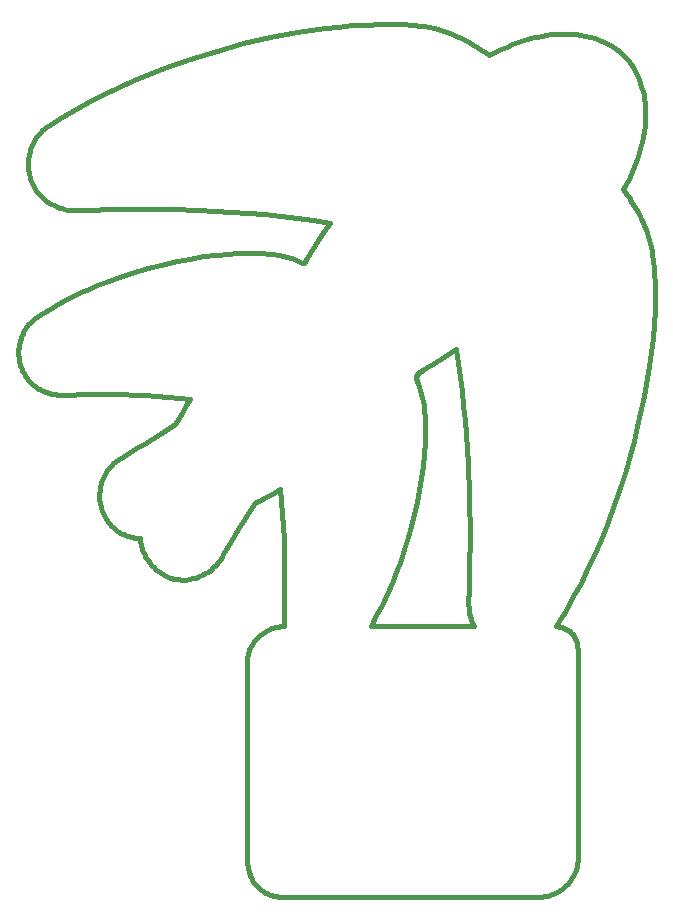
<source format=gm1>
G04 #@! TF.GenerationSoftware,KiCad,Pcbnew,(6.0.10-0)*
G04 #@! TF.CreationDate,2023-08-25T18:06:37+02:00*
G04 #@! TF.ProjectId,SwiftLeeds,53776966-744c-4656-9564-732e6b696361,rev?*
G04 #@! TF.SameCoordinates,Original*
G04 #@! TF.FileFunction,Profile,NP*
%FSLAX46Y46*%
G04 Gerber Fmt 4.6, Leading zero omitted, Abs format (unit mm)*
G04 Created by KiCad (PCBNEW (6.0.10-0)) date 2023-08-25 18:06:37*
%MOMM*%
%LPD*%
G01*
G04 APERTURE LIST*
G04 #@! TA.AperFunction,Profile*
%ADD10C,0.396874*%
G04 #@! TD*
G04 APERTURE END LIST*
D10*
X224870271Y-96002304D02*
X233618695Y-96043514D01*
X224870271Y-96002304D02*
X224870271Y-96002304D01*
X225360417Y-95115291D02*
X224870271Y-96002304D01*
X225824209Y-94212651D02*
X225360417Y-95115291D01*
X226261524Y-93295323D02*
X225824209Y-94212651D01*
X226672242Y-92364246D02*
X226261524Y-93295323D01*
X227056243Y-91420358D02*
X226672242Y-92364246D01*
X227413406Y-90464596D02*
X227056243Y-91420358D01*
X227743611Y-89497899D02*
X227413406Y-90464596D01*
X228046736Y-88521207D02*
X227743611Y-89497899D01*
X228322662Y-87535456D02*
X228046736Y-88521207D01*
X228571267Y-86541585D02*
X228322662Y-87535456D01*
X228792431Y-85540533D02*
X228571267Y-86541585D01*
X228986033Y-84533237D02*
X228792431Y-85540533D01*
X229151954Y-83520637D02*
X228986033Y-84533237D01*
X229290071Y-82503670D02*
X229151954Y-83520637D01*
X229400265Y-81483274D02*
X229290071Y-82503670D01*
X229482414Y-80460389D02*
X229400265Y-81483274D01*
X229482414Y-80460389D02*
X229482414Y-80460389D01*
X229504688Y-79829494D02*
X229482414Y-80460389D01*
X229508094Y-79195637D02*
X229504688Y-79829494D01*
X229487949Y-78561341D02*
X229508094Y-79195637D01*
X229467582Y-78244817D02*
X229487949Y-78561341D01*
X229439571Y-77929128D02*
X229467582Y-78244817D01*
X229403330Y-77614590D02*
X229439571Y-77929128D01*
X229358275Y-77301519D02*
X229403330Y-77614590D01*
X229303819Y-76990230D02*
X229358275Y-77301519D01*
X229239377Y-76681037D02*
X229303819Y-76990230D01*
X229164365Y-76374257D02*
X229239377Y-76681037D01*
X229078196Y-76070205D02*
X229164365Y-76374257D01*
X228980285Y-75769195D02*
X229078196Y-76070205D01*
X228870046Y-75471543D02*
X228980285Y-75769195D01*
X228870046Y-75471543D02*
X228870046Y-75471543D01*
X228850319Y-75421265D02*
X228870046Y-75471543D01*
X228836409Y-75382777D02*
X228850319Y-75421265D01*
X228827436Y-75354419D02*
X228836409Y-75382777D01*
X228822520Y-75334530D02*
X228827436Y-75354419D01*
X228820780Y-75321449D02*
X228822520Y-75334530D01*
X228821335Y-75313513D02*
X228820780Y-75321449D01*
X228823305Y-75309062D02*
X228821335Y-75313513D01*
X228825810Y-75306435D02*
X228823305Y-75309062D01*
X228827968Y-75303969D02*
X228825810Y-75306435D01*
X228828901Y-75300005D02*
X228827968Y-75303969D01*
X228827726Y-75292880D02*
X228828901Y-75300005D01*
X228823564Y-75280933D02*
X228827726Y-75292880D01*
X228815534Y-75262503D02*
X228823564Y-75280933D01*
X228802755Y-75235928D02*
X228815534Y-75262503D01*
X228759431Y-75151701D02*
X228802755Y-75235928D01*
X228759431Y-75151701D02*
X228759431Y-75151701D01*
X228754069Y-75101463D02*
X228759431Y-75151701D01*
X228750886Y-75054051D02*
X228754069Y-75101463D01*
X228749797Y-75009348D02*
X228750886Y-75054051D01*
X228750714Y-74967239D02*
X228749797Y-75009348D01*
X228753554Y-74927609D02*
X228750714Y-74967239D01*
X228758229Y-74890341D02*
X228753554Y-74927609D01*
X228764653Y-74855319D02*
X228758229Y-74890341D01*
X228772742Y-74822427D02*
X228764653Y-74855319D01*
X228782409Y-74791550D02*
X228772742Y-74822427D01*
X228793569Y-74762572D02*
X228782409Y-74791550D01*
X228806134Y-74735376D02*
X228793569Y-74762572D01*
X228820021Y-74709847D02*
X228806134Y-74735376D01*
X228835142Y-74685869D02*
X228820021Y-74709847D01*
X228851412Y-74663326D02*
X228835142Y-74685869D01*
X228868746Y-74642103D02*
X228851412Y-74663326D01*
X228887056Y-74622082D02*
X228868746Y-74642103D01*
X228906258Y-74603149D02*
X228887056Y-74622082D01*
X228926266Y-74585188D02*
X228906258Y-74603149D01*
X228968355Y-74551716D02*
X228926266Y-74585188D01*
X229012637Y-74520739D02*
X228968355Y-74551716D01*
X229058424Y-74491331D02*
X229012637Y-74520739D01*
X229151768Y-74433510D02*
X229058424Y-74491331D01*
X229197952Y-74403243D02*
X229151768Y-74433510D01*
X229242895Y-74370836D02*
X229197952Y-74403243D01*
X229242895Y-74370836D02*
X229242895Y-74370836D01*
X229966520Y-73924868D02*
X229242895Y-74370836D01*
X230687667Y-73474816D02*
X229966520Y-73924868D01*
X232124111Y-72565522D02*
X230687667Y-73474816D01*
X232124111Y-72565522D02*
X232124111Y-72565522D01*
X232301922Y-73757546D02*
X232124111Y-72565522D01*
X232464365Y-74956400D02*
X232301922Y-73757546D01*
X232611150Y-76160810D02*
X232464365Y-74956400D01*
X232741986Y-77369498D02*
X232611150Y-76160810D01*
X232856582Y-78581189D02*
X232741986Y-77369498D01*
X232954647Y-79794608D02*
X232856582Y-78581189D01*
X233035891Y-81008478D02*
X232954647Y-79794608D01*
X233100023Y-82221523D02*
X233035891Y-81008478D01*
X233100023Y-82221523D02*
X233100023Y-82221523D01*
X233143341Y-83169197D02*
X233100023Y-82221523D01*
X233181068Y-84117335D02*
X233143341Y-83169197D01*
X233211603Y-85060340D02*
X233181068Y-84117335D01*
X233233347Y-85992612D02*
X233211603Y-85060340D01*
X233233347Y-85992612D02*
X233233347Y-85992612D01*
X233258099Y-87510289D02*
X233233347Y-85992612D01*
X233262417Y-89035500D02*
X233258099Y-87510289D01*
X233249105Y-90553903D02*
X233262417Y-89035500D01*
X233220964Y-92051154D02*
X233249105Y-90553903D01*
X233220964Y-92051154D02*
X233220964Y-92051154D01*
X233215349Y-92367662D02*
X233220964Y-92051154D01*
X233203367Y-92684284D02*
X233215349Y-92367662D01*
X233173422Y-93317611D02*
X233203367Y-92684284D01*
X233162019Y-93634187D02*
X233173422Y-93317611D01*
X233157367Y-93950616D02*
X233162019Y-93634187D01*
X233162746Y-94266836D02*
X233157367Y-93950616D01*
X233170222Y-94424846D02*
X233162746Y-94266836D01*
X233181436Y-94582779D02*
X233170222Y-94424846D01*
X233181436Y-94582779D02*
X233181436Y-94582779D01*
X233194189Y-94680676D02*
X233181436Y-94582779D01*
X233209471Y-94778100D02*
X233194189Y-94680676D01*
X233227158Y-94874962D02*
X233209471Y-94778100D01*
X233247123Y-94971176D02*
X233227158Y-94874962D01*
X233269241Y-95066654D02*
X233247123Y-94971176D01*
X233293387Y-95161311D02*
X233269241Y-95066654D01*
X233319434Y-95255058D02*
X233293387Y-95161311D01*
X233347257Y-95347809D02*
X233319434Y-95255058D01*
X233407729Y-95529975D02*
X233347257Y-95347809D01*
X233473796Y-95707112D02*
X233407729Y-95529975D01*
X233544453Y-95878523D02*
X233473796Y-95707112D01*
X233618695Y-96043514D02*
X233544453Y-95878523D01*
X214376801Y-99258944D02*
X214376799Y-99258938D01*
X214376801Y-99258944D02*
X214376801Y-99258944D01*
X214380209Y-99093632D02*
X214376801Y-99258944D01*
X214391847Y-98930451D02*
X214380209Y-99093632D01*
X214411512Y-98769603D02*
X214391847Y-98930451D01*
X214439006Y-98611291D02*
X214411512Y-98769603D01*
X214474127Y-98455717D02*
X214439006Y-98611291D01*
X214516674Y-98303086D02*
X214474127Y-98455717D01*
X214566448Y-98153598D02*
X214516674Y-98303086D01*
X214623247Y-98007458D02*
X214566448Y-98153598D01*
X214686872Y-97864867D02*
X214623247Y-98007458D01*
X214757122Y-97726030D02*
X214686872Y-97864867D01*
X214833795Y-97591148D02*
X214757122Y-97726030D01*
X214916693Y-97460424D02*
X214833795Y-97591148D01*
X215005614Y-97334061D02*
X214916693Y-97460424D01*
X215100358Y-97212261D02*
X215005614Y-97334061D01*
X215200724Y-97095229D02*
X215100358Y-97212261D01*
X215306512Y-96983166D02*
X215200724Y-97095229D01*
X215417522Y-96876275D02*
X215306512Y-96983166D01*
X215533552Y-96774759D02*
X215417522Y-96876275D01*
X215654402Y-96678821D02*
X215533552Y-96774759D01*
X215779873Y-96588663D02*
X215654402Y-96678821D01*
X215909762Y-96504488D02*
X215779873Y-96588663D01*
X216043871Y-96426500D02*
X215909762Y-96504488D01*
X216181998Y-96354901D02*
X216043871Y-96426500D01*
X216323943Y-96289893D02*
X216181998Y-96354901D01*
X216469505Y-96231679D02*
X216323943Y-96289893D01*
X216618484Y-96180463D02*
X216469505Y-96231679D01*
X216770680Y-96136447D02*
X216618484Y-96180463D01*
X216925891Y-96099834D02*
X216770680Y-96136447D01*
X217083918Y-96070826D02*
X216925891Y-96099834D01*
X217244559Y-96049626D02*
X217083918Y-96070826D01*
X217407615Y-96036438D02*
X217244559Y-96049626D01*
X217572885Y-96031464D02*
X217407615Y-96036438D01*
X217572885Y-96031464D02*
X217572885Y-96031464D01*
X217563154Y-95279462D02*
X217572885Y-96031464D01*
X217563207Y-94511107D02*
X217563154Y-95279462D01*
X217578062Y-92948034D02*
X217563207Y-94511107D01*
X217588253Y-91387639D02*
X217578062Y-92948034D01*
X217582474Y-90622632D02*
X217588253Y-91387639D01*
X217564578Y-89875318D02*
X217582474Y-90622632D01*
X217564578Y-89875318D02*
X217564578Y-89875318D01*
X217557808Y-89567906D02*
X217564578Y-89875318D01*
X217547881Y-89251439D02*
X217557808Y-89567906D01*
X217526598Y-88660662D02*
X217547881Y-89251439D01*
X217526598Y-88660662D02*
X217526598Y-88660662D01*
X217468708Y-87591063D02*
X217526598Y-88660662D01*
X217394041Y-86521139D02*
X217468708Y-87591063D01*
X217303488Y-85458058D02*
X217394041Y-86521139D01*
X217197938Y-84408984D02*
X217303488Y-85458058D01*
X217197938Y-84408984D02*
X217197938Y-84408984D01*
X216509976Y-84806585D02*
X217197938Y-84408984D01*
X215818952Y-85198858D02*
X216509976Y-84806585D01*
X215818952Y-85198858D02*
X215818952Y-85198858D01*
X215768363Y-85231068D02*
X215818952Y-85198858D01*
X215716365Y-85261765D02*
X215768363Y-85231068D01*
X215663239Y-85291248D02*
X215716365Y-85261765D01*
X215609266Y-85319814D02*
X215663239Y-85291248D01*
X215390486Y-85430872D02*
X215609266Y-85319814D01*
X215336469Y-85459325D02*
X215390486Y-85430872D01*
X215283284Y-85488651D02*
X215336469Y-85459325D01*
X215231209Y-85519146D02*
X215283284Y-85488651D01*
X215180525Y-85551109D02*
X215231209Y-85519146D01*
X215131512Y-85584838D02*
X215180525Y-85551109D01*
X215084449Y-85620632D02*
X215131512Y-85584838D01*
X215039616Y-85658787D02*
X215084449Y-85620632D01*
X214997294Y-85699603D02*
X215039616Y-85658787D01*
X214997294Y-85699603D02*
X214997294Y-85699603D01*
X213686702Y-87814650D02*
X214997294Y-85699603D01*
X213039294Y-88868780D02*
X213686702Y-87814650D01*
X212402106Y-89924922D02*
X213039294Y-88868780D01*
X212402106Y-89924922D02*
X212402106Y-89924922D01*
X212264445Y-90174925D02*
X212402106Y-89924922D01*
X212108598Y-90414185D02*
X212264445Y-90174925D01*
X211935731Y-90641716D02*
X212108598Y-90414185D01*
X211747015Y-90856534D02*
X211935731Y-90641716D01*
X211543616Y-91057656D02*
X211747015Y-90856534D01*
X211326703Y-91244097D02*
X211543616Y-91057656D01*
X211097444Y-91414872D02*
X211326703Y-91244097D01*
X210857008Y-91568997D02*
X211097444Y-91414872D01*
X210606563Y-91705488D02*
X210857008Y-91568997D01*
X210347277Y-91823361D02*
X210606563Y-91705488D01*
X210080319Y-91921630D02*
X210347277Y-91823361D01*
X209806856Y-91999312D02*
X210080319Y-91921630D01*
X209528056Y-92055423D02*
X209806856Y-91999312D01*
X209245089Y-92088978D02*
X209528056Y-92055423D01*
X208959123Y-92098992D02*
X209245089Y-92088978D01*
X208815380Y-92094864D02*
X208959123Y-92098992D01*
X208671325Y-92084482D02*
X208815380Y-92094864D01*
X208671325Y-92084482D02*
X208671325Y-92084482D01*
X208506913Y-92067500D02*
X208671325Y-92084482D01*
X208344608Y-92042169D02*
X208506913Y-92067500D01*
X208184592Y-92008734D02*
X208344608Y-92042169D01*
X208027045Y-91967438D02*
X208184592Y-92008734D01*
X207872149Y-91918526D02*
X208027045Y-91967438D01*
X207720086Y-91862241D02*
X207872149Y-91918526D01*
X207571035Y-91798827D02*
X207720086Y-91862241D01*
X207425178Y-91728529D02*
X207571035Y-91798827D01*
X207282696Y-91651590D02*
X207425178Y-91728529D01*
X207143770Y-91568255D02*
X207282696Y-91651590D01*
X207008582Y-91478766D02*
X207143770Y-91568255D01*
X206877312Y-91383369D02*
X207008582Y-91478766D01*
X206750142Y-91282307D02*
X206877312Y-91383369D01*
X206627253Y-91175824D02*
X206750142Y-91282307D01*
X206508825Y-91064164D02*
X206627253Y-91175824D01*
X206395040Y-90947571D02*
X206508825Y-91064164D01*
X206286079Y-90826290D02*
X206395040Y-90947571D01*
X206182124Y-90700563D02*
X206286079Y-90826290D01*
X205989952Y-90436750D02*
X206182124Y-90700563D01*
X205902098Y-90299151D02*
X205989952Y-90436750D01*
X205819974Y-90158084D02*
X205902098Y-90299151D01*
X205743761Y-90013791D02*
X205819974Y-90158084D01*
X205673639Y-89866517D02*
X205743761Y-90013791D01*
X205609790Y-89716505D02*
X205673639Y-89866517D01*
X205552395Y-89564001D02*
X205609790Y-89716505D01*
X205501635Y-89409247D02*
X205552395Y-89564001D01*
X205457691Y-89252487D02*
X205501635Y-89409247D01*
X205420744Y-89093966D02*
X205457691Y-89252487D01*
X205390976Y-88933927D02*
X205420744Y-89093966D01*
X205368568Y-88772615D02*
X205390976Y-88933927D01*
X205353700Y-88610273D02*
X205368568Y-88772615D01*
X205353700Y-88610273D02*
X205353700Y-88610273D01*
X205196894Y-88594534D02*
X205353700Y-88610273D01*
X205040438Y-88573155D02*
X205196894Y-88594534D01*
X204884641Y-88546087D02*
X205040438Y-88573155D01*
X204729815Y-88513278D02*
X204884641Y-88546087D01*
X204576270Y-88474681D02*
X204729815Y-88513278D01*
X204424318Y-88430243D02*
X204576270Y-88474681D01*
X204274270Y-88379917D02*
X204424318Y-88430243D01*
X204126437Y-88323652D02*
X204274270Y-88379917D01*
X203981129Y-88261398D02*
X204126437Y-88323652D01*
X203838658Y-88193106D02*
X203981129Y-88261398D01*
X203699334Y-88118725D02*
X203838658Y-88193106D01*
X203563469Y-88038205D02*
X203699334Y-88118725D01*
X203431373Y-87951498D02*
X203563469Y-88038205D01*
X203303358Y-87858552D02*
X203431373Y-87951498D01*
X203179735Y-87759319D02*
X203303358Y-87858552D01*
X203060814Y-87653748D02*
X203179735Y-87759319D01*
X203060814Y-87653748D02*
X203060814Y-87653748D01*
X202920697Y-87522858D02*
X203060814Y-87653748D01*
X202789608Y-87384502D02*
X202920697Y-87522858D01*
X202667554Y-87239184D02*
X202789608Y-87384502D01*
X202554544Y-87087407D02*
X202667554Y-87239184D01*
X202450586Y-86929673D02*
X202554544Y-87087407D01*
X202355689Y-86766487D02*
X202450586Y-86929673D01*
X202269861Y-86598352D02*
X202355689Y-86766487D01*
X202193111Y-86425771D02*
X202269861Y-86598352D01*
X202125448Y-86249247D02*
X202193111Y-86425771D01*
X202066879Y-86069284D02*
X202125448Y-86249247D01*
X202017413Y-85886385D02*
X202066879Y-86069284D01*
X201977059Y-85701054D02*
X202017413Y-85886385D01*
X201945825Y-85513793D02*
X201977059Y-85701054D01*
X201923719Y-85325107D02*
X201945825Y-85513793D01*
X201910751Y-85135498D02*
X201923719Y-85325107D01*
X201906928Y-84945469D02*
X201910751Y-85135498D01*
X201912258Y-84755525D02*
X201906928Y-84945469D01*
X201926752Y-84566168D02*
X201912258Y-84755525D01*
X201950416Y-84377903D02*
X201926752Y-84566168D01*
X201983260Y-84191231D02*
X201950416Y-84377903D01*
X202025291Y-84006657D02*
X201983260Y-84191231D01*
X202076519Y-83824683D02*
X202025291Y-84006657D01*
X202136951Y-83645814D02*
X202076519Y-83824683D01*
X202206597Y-83470552D02*
X202136951Y-83645814D01*
X202285464Y-83299401D02*
X202206597Y-83470552D01*
X202373561Y-83132864D02*
X202285464Y-83299401D01*
X202470897Y-82971445D02*
X202373561Y-83132864D01*
X202577481Y-82815647D02*
X202470897Y-82971445D01*
X202693319Y-82665972D02*
X202577481Y-82815647D01*
X202818422Y-82522926D02*
X202693319Y-82665972D01*
X202952797Y-82387010D02*
X202818422Y-82522926D01*
X203096453Y-82258728D02*
X202952797Y-82387010D01*
X203096453Y-82258728D02*
X203096453Y-82258728D01*
X203737827Y-81821416D02*
X203096453Y-82258728D01*
X204387835Y-81397036D02*
X203737827Y-81821416D01*
X205044383Y-80982464D02*
X204387835Y-81397036D01*
X205705377Y-80574572D02*
X205044383Y-80982464D01*
X207032330Y-79766330D02*
X205705377Y-80574572D01*
X208351944Y-78947303D02*
X207032330Y-79766330D01*
X208351944Y-78947303D02*
X208351944Y-78947303D01*
X208651043Y-78403449D02*
X208351944Y-78947303D01*
X208954878Y-77862237D02*
X208651043Y-78403449D01*
X209263041Y-77323475D02*
X208954878Y-77862237D01*
X209575125Y-76786970D02*
X209263041Y-77323475D01*
X209575125Y-76786970D02*
X209575125Y-76786970D01*
X208631790Y-76690323D02*
X209575125Y-76786970D01*
X207687096Y-76607754D02*
X208631790Y-76690323D01*
X206741261Y-76538987D02*
X207687096Y-76607754D01*
X205794508Y-76483742D02*
X206741261Y-76538987D01*
X204847057Y-76441741D02*
X205794508Y-76483742D01*
X203899129Y-76412706D02*
X204847057Y-76441741D01*
X202950943Y-76396359D02*
X203899129Y-76412706D01*
X202002721Y-76392421D02*
X202950943Y-76396359D01*
X202002721Y-76392421D02*
X202002721Y-76392421D01*
X201593330Y-76388252D02*
X202002721Y-76392421D01*
X201184147Y-76392512D02*
X201593330Y-76388252D01*
X200366165Y-76415881D02*
X201184147Y-76392512D01*
X199548293Y-76441666D02*
X200366165Y-76415881D01*
X199139249Y-76448944D02*
X199548293Y-76441666D01*
X198730052Y-76449003D02*
X199139249Y-76448944D01*
X198730052Y-76449003D02*
X198730052Y-76449003D01*
X198600613Y-76449303D02*
X198730052Y-76449003D01*
X198471299Y-76444823D02*
X198600613Y-76449303D01*
X198342259Y-76435627D02*
X198471299Y-76444823D01*
X198213646Y-76421778D02*
X198342259Y-76435627D01*
X198085609Y-76403341D02*
X198213646Y-76421778D01*
X197958301Y-76380378D02*
X198085609Y-76403341D01*
X197831872Y-76352952D02*
X197958301Y-76380378D01*
X197706472Y-76321128D02*
X197831872Y-76352952D01*
X197582254Y-76284969D02*
X197706472Y-76321128D01*
X197459368Y-76244537D02*
X197582254Y-76284969D01*
X197337965Y-76199897D02*
X197459368Y-76244537D01*
X197218196Y-76151112D02*
X197337965Y-76199897D01*
X197100212Y-76098245D02*
X197218196Y-76151112D01*
X196984163Y-76041360D02*
X197100212Y-76098245D01*
X196870202Y-75980521D02*
X196984163Y-76041360D01*
X196758479Y-75915789D02*
X196870202Y-75980521D01*
X196649145Y-75847230D02*
X196758479Y-75915789D01*
X196542350Y-75774907D02*
X196649145Y-75847230D01*
X196438247Y-75698882D02*
X196542350Y-75774907D01*
X196336985Y-75619219D02*
X196438247Y-75698882D01*
X196238716Y-75535983D02*
X196336985Y-75619219D01*
X196143592Y-75449235D02*
X196238716Y-75535983D01*
X196051762Y-75359040D02*
X196143592Y-75449235D01*
X195963377Y-75265461D02*
X196051762Y-75359040D01*
X195878590Y-75168562D02*
X195963377Y-75265461D01*
X195797551Y-75068405D02*
X195878590Y-75168562D01*
X195720410Y-74965055D02*
X195797551Y-75068405D01*
X195647319Y-74858574D02*
X195720410Y-74965055D01*
X195578429Y-74749026D02*
X195647319Y-74858574D01*
X195513891Y-74636475D02*
X195578429Y-74749026D01*
X195453855Y-74520984D02*
X195513891Y-74636475D01*
X195398473Y-74402617D02*
X195453855Y-74520984D01*
X195398473Y-74402617D02*
X195398473Y-74402617D01*
X195334490Y-74261412D02*
X195398473Y-74402617D01*
X195277265Y-74117693D02*
X195334490Y-74261412D01*
X195226752Y-73971727D02*
X195277265Y-74117693D01*
X195182905Y-73823783D02*
X195226752Y-73971727D01*
X195145678Y-73674126D02*
X195182905Y-73823783D01*
X195115024Y-73523025D02*
X195145678Y-73674126D01*
X195090897Y-73370748D02*
X195115024Y-73523025D01*
X195073251Y-73217562D02*
X195090897Y-73370748D01*
X195062040Y-73063735D02*
X195073251Y-73217562D01*
X195057217Y-72909534D02*
X195062040Y-73063735D01*
X195058735Y-72755226D02*
X195057217Y-72909534D01*
X195066549Y-72601081D02*
X195058735Y-72755226D01*
X195080613Y-72447364D02*
X195066549Y-72601081D01*
X195100879Y-72294343D02*
X195080613Y-72447364D01*
X195127302Y-72142287D02*
X195100879Y-72294343D01*
X195159836Y-71991463D02*
X195127302Y-72142287D01*
X195198433Y-71842138D02*
X195159836Y-71991463D01*
X195243049Y-71694579D02*
X195198433Y-71842138D01*
X195293636Y-71549055D02*
X195243049Y-71694579D01*
X195350148Y-71405834D02*
X195293636Y-71549055D01*
X195412538Y-71265181D02*
X195350148Y-71405834D01*
X195480762Y-71127366D02*
X195412538Y-71265181D01*
X195554771Y-70992656D02*
X195480762Y-71127366D01*
X195634521Y-70861318D02*
X195554771Y-70992656D01*
X195719964Y-70733620D02*
X195634521Y-70861318D01*
X195811055Y-70609830D02*
X195719964Y-70733620D01*
X195907747Y-70490214D02*
X195811055Y-70609830D01*
X196009993Y-70375042D02*
X195907747Y-70490214D01*
X196117748Y-70264579D02*
X196009993Y-70375042D01*
X196230966Y-70159094D02*
X196117748Y-70264579D01*
X196349599Y-70058855D02*
X196230966Y-70159094D01*
X196473601Y-69964129D02*
X196349599Y-70058855D01*
X196473601Y-69964129D02*
X196473601Y-69964129D01*
X197101887Y-69559294D02*
X196473601Y-69964129D01*
X197740194Y-69171465D02*
X197101887Y-69559294D01*
X198388004Y-68800355D02*
X197740194Y-69171465D01*
X199044794Y-68445673D02*
X198388004Y-68800355D01*
X199710045Y-68107132D02*
X199044794Y-68445673D01*
X200383235Y-67784443D02*
X199710045Y-68107132D01*
X201063844Y-67477318D02*
X200383235Y-67784443D01*
X201751352Y-67185468D02*
X201063844Y-67477318D01*
X202445237Y-66908605D02*
X201751352Y-67185468D01*
X203144980Y-66646440D02*
X202445237Y-66908605D01*
X204559953Y-66165051D02*
X203144980Y-66646440D01*
X205992106Y-65738994D02*
X204559953Y-66165051D01*
X207437274Y-65365960D02*
X205992106Y-65738994D01*
X207437274Y-65365960D02*
X207437274Y-65365960D01*
X208521622Y-65130626D02*
X207437274Y-65365960D01*
X209613241Y-64919250D02*
X208521622Y-65130626D01*
X210710929Y-64738440D02*
X209613241Y-64919250D01*
X211813485Y-64594804D02*
X210710929Y-64738440D01*
X212919708Y-64494950D02*
X211813485Y-64594804D01*
X213473819Y-64463505D02*
X212919708Y-64494950D01*
X214028396Y-64445484D02*
X213473819Y-64463505D01*
X214583289Y-64441712D02*
X214028396Y-64445484D01*
X215138348Y-64453015D02*
X214583289Y-64441712D01*
X215693423Y-64480220D02*
X215138348Y-64453015D01*
X216248363Y-64524151D02*
X215693423Y-64480220D01*
X216248363Y-64524151D02*
X216248363Y-64524151D01*
X216654241Y-64563699D02*
X216248363Y-64524151D01*
X217031467Y-64611022D02*
X216654241Y-64563699D01*
X217211605Y-64639030D02*
X217031467Y-64611022D01*
X217387303Y-64670701D02*
X217211605Y-64639030D01*
X217559469Y-64706606D02*
X217387303Y-64670701D01*
X217729011Y-64747318D02*
X217559469Y-64706606D01*
X217896835Y-64793410D02*
X217729011Y-64747318D01*
X218063851Y-64845454D02*
X217896835Y-64793410D01*
X218230965Y-64904024D02*
X218063851Y-64845454D01*
X218399085Y-64969691D02*
X218230965Y-64904024D01*
X218569120Y-65043030D02*
X218399085Y-64969691D01*
X218741976Y-65124611D02*
X218569120Y-65043030D01*
X218918562Y-65215009D02*
X218741976Y-65124611D01*
X219099785Y-65314795D02*
X218918562Y-65215009D01*
X219099785Y-65314795D02*
X219099785Y-65314795D01*
X219106778Y-65317945D02*
X219099785Y-65314795D01*
X219114411Y-65319460D02*
X219106778Y-65317945D01*
X219122653Y-65319399D02*
X219114411Y-65319460D01*
X219131474Y-65317824D02*
X219122653Y-65319399D01*
X219140846Y-65314797D02*
X219131474Y-65317824D01*
X219150739Y-65310377D02*
X219140846Y-65314797D01*
X219171968Y-65297606D02*
X219150739Y-65310377D01*
X219194926Y-65280002D02*
X219171968Y-65297606D01*
X219219375Y-65258051D02*
X219194926Y-65280002D01*
X219245079Y-65232244D02*
X219219375Y-65258051D01*
X219271803Y-65203069D02*
X219245079Y-65232244D01*
X219299309Y-65171014D02*
X219271803Y-65203069D01*
X219327361Y-65136570D02*
X219299309Y-65171014D01*
X219384157Y-65062464D02*
X219327361Y-65136570D01*
X219440301Y-64984661D02*
X219384157Y-65062464D01*
X219493899Y-64907073D02*
X219440301Y-64984661D01*
X219493899Y-64907073D02*
X219493899Y-64907073D01*
X220451258Y-63381177D02*
X219493899Y-64907073D01*
X220934045Y-62620866D02*
X220451258Y-63381177D01*
X221420915Y-61863073D02*
X220934045Y-62620866D01*
X221420915Y-61863073D02*
X221420915Y-61863073D01*
X220039497Y-61651713D02*
X221420915Y-61863073D01*
X218654528Y-61467047D02*
X220039497Y-61651713D01*
X217266512Y-61307209D02*
X218654528Y-61467047D01*
X215875952Y-61170332D02*
X217266512Y-61307209D01*
X214483351Y-61054547D02*
X215875952Y-61170332D01*
X213089212Y-60957987D02*
X214483351Y-61054547D01*
X211694040Y-60878786D02*
X213089212Y-60957987D01*
X210298337Y-60815075D02*
X211694040Y-60878786D01*
X210298337Y-60815075D02*
X210298337Y-60815075D01*
X208255730Y-60751903D02*
X210298337Y-60815075D01*
X206205558Y-60721963D02*
X208255730Y-60751903D01*
X204151513Y-60724238D02*
X206205558Y-60721963D01*
X202097287Y-60757714D02*
X204151513Y-60724238D01*
X202097287Y-60757714D02*
X202097287Y-60757714D01*
X201823454Y-60760704D02*
X202097287Y-60757714D01*
X201549789Y-60767875D02*
X201823454Y-60760704D01*
X201002854Y-60790560D02*
X201549789Y-60767875D01*
X200456270Y-60817364D02*
X201002854Y-60790560D01*
X199909823Y-60839880D02*
X200456270Y-60817364D01*
X199909823Y-60839880D02*
X199909823Y-60839880D01*
X199669266Y-60831585D02*
X199909823Y-60839880D01*
X199429475Y-60809805D02*
X199669266Y-60831585D01*
X199191225Y-60774716D02*
X199429475Y-60809805D01*
X198955290Y-60726494D02*
X199191225Y-60774716D01*
X198722447Y-60665314D02*
X198955290Y-60726494D01*
X198493469Y-60591351D02*
X198722447Y-60665314D01*
X198269132Y-60504780D02*
X198493469Y-60591351D01*
X198050210Y-60405778D02*
X198269132Y-60504780D01*
X197837479Y-60294520D02*
X198050210Y-60405778D01*
X197631712Y-60171180D02*
X197837479Y-60294520D01*
X197433685Y-60035935D02*
X197631712Y-60171180D01*
X197244173Y-59888960D02*
X197433685Y-60035935D01*
X197063951Y-59730430D02*
X197244173Y-59888960D01*
X196893793Y-59560521D02*
X197063951Y-59730430D01*
X196734475Y-59379408D02*
X196893793Y-59560521D01*
X196586770Y-59187267D02*
X196734475Y-59379408D01*
X196586770Y-59187267D02*
X196586770Y-59187267D01*
X196473894Y-59027604D02*
X196586770Y-59187267D01*
X196370865Y-58862392D02*
X196473894Y-59027604D01*
X196277621Y-58692107D02*
X196370865Y-58862392D01*
X196194100Y-58517228D02*
X196277621Y-58692107D01*
X196120243Y-58338233D02*
X196194100Y-58517228D01*
X196055985Y-58155598D02*
X196120243Y-58338233D01*
X196001267Y-57969802D02*
X196055985Y-58155598D01*
X195956027Y-57781323D02*
X196001267Y-57969802D01*
X195920202Y-57590637D02*
X195956027Y-57781323D01*
X195893732Y-57398223D02*
X195920202Y-57590637D01*
X195876554Y-57204559D02*
X195893732Y-57398223D01*
X195868607Y-57010121D02*
X195876554Y-57204559D01*
X195869830Y-56815387D02*
X195868607Y-57010121D01*
X195880162Y-56620836D02*
X195869830Y-56815387D01*
X195899539Y-56426945D02*
X195880162Y-56620836D01*
X195927901Y-56234191D02*
X195899539Y-56426945D01*
X195965187Y-56043052D02*
X195927901Y-56234191D01*
X196011334Y-55854006D02*
X195965187Y-56043052D01*
X196066281Y-55667530D02*
X196011334Y-55854006D01*
X196129967Y-55484103D02*
X196066281Y-55667530D01*
X196202329Y-55304201D02*
X196129967Y-55484103D01*
X196283307Y-55128302D02*
X196202329Y-55304201D01*
X196372838Y-54956884D02*
X196283307Y-55128302D01*
X196470862Y-54790425D02*
X196372838Y-54956884D01*
X196577316Y-54629402D02*
X196470862Y-54790425D01*
X196692140Y-54474293D02*
X196577316Y-54629402D01*
X196815270Y-54325576D02*
X196692140Y-54474293D01*
X196946646Y-54183727D02*
X196815270Y-54325576D01*
X197086207Y-54049226D02*
X196946646Y-54183727D01*
X197233890Y-53922549D02*
X197086207Y-54049226D01*
X197389634Y-53804174D02*
X197233890Y-53922549D01*
X197553378Y-53694579D02*
X197389634Y-53804174D01*
X197553378Y-53694579D02*
X197553378Y-53694579D01*
X198715529Y-52950625D02*
X197553378Y-53694579D01*
X199902169Y-52247583D02*
X198715529Y-52950625D01*
X201111018Y-51583477D02*
X199902169Y-52247583D01*
X202339795Y-50956331D02*
X201111018Y-51583477D01*
X203586221Y-50364169D02*
X202339795Y-50956331D01*
X204848016Y-49805015D02*
X203586221Y-50364169D01*
X206122898Y-49276892D02*
X204848016Y-49805015D01*
X207408589Y-48777826D02*
X206122898Y-49276892D01*
X207408589Y-48777826D02*
X207408589Y-48777826D01*
X209614365Y-48010793D02*
X207408589Y-48777826D01*
X211846670Y-47317724D02*
X209614365Y-48010793D01*
X214102803Y-46704772D02*
X211846670Y-47317724D01*
X216380059Y-46178089D02*
X214102803Y-46704772D01*
X218675734Y-45743830D02*
X216380059Y-46178089D01*
X219829633Y-45563281D02*
X218675734Y-45743830D01*
X220987124Y-45408146D02*
X219829633Y-45563281D01*
X222147868Y-45279194D02*
X220987124Y-45408146D01*
X223311527Y-45177193D02*
X222147868Y-45279194D01*
X224477762Y-45102913D02*
X223311527Y-45177193D01*
X225646237Y-45057123D02*
X224477762Y-45102913D01*
X225646237Y-45057123D02*
X225646237Y-45057123D01*
X226490050Y-45056080D02*
X225646237Y-45057123D01*
X226912003Y-45062225D02*
X226490050Y-45056080D01*
X227333747Y-45074566D02*
X226912003Y-45062225D01*
X227755101Y-45094415D02*
X227333747Y-45074566D01*
X228175886Y-45123087D02*
X227755101Y-45094415D01*
X228595920Y-45161895D02*
X228175886Y-45123087D01*
X229015023Y-45212152D02*
X228595920Y-45161895D01*
X229015023Y-45212152D02*
X229015023Y-45212152D01*
X229419898Y-45260951D02*
X229015023Y-45212152D01*
X229820639Y-45327794D02*
X229419898Y-45260951D01*
X230217126Y-45411862D02*
X229820639Y-45327794D01*
X230609237Y-45512334D02*
X230217126Y-45411862D01*
X230996854Y-45628389D02*
X230609237Y-45512334D01*
X231379853Y-45759207D02*
X230996854Y-45628389D01*
X231758116Y-45903967D02*
X231379853Y-45759207D01*
X232131520Y-46061848D02*
X231758116Y-45903967D01*
X232499947Y-46232031D02*
X232131520Y-46061848D01*
X232863274Y-46413694D02*
X232499947Y-46232031D01*
X233221381Y-46606018D02*
X232863274Y-46413694D01*
X233574147Y-46808182D02*
X233221381Y-46606018D01*
X233921452Y-47019364D02*
X233574147Y-46808182D01*
X234263175Y-47238745D02*
X233921452Y-47019364D01*
X234599196Y-47465505D02*
X234263175Y-47238745D01*
X234929393Y-47698822D02*
X234599196Y-47465505D01*
X234929393Y-47698822D02*
X234929393Y-47698822D01*
X235409246Y-47450189D02*
X234929393Y-47698822D01*
X235895361Y-47212947D02*
X235409246Y-47450189D01*
X236387826Y-46989000D02*
X235895361Y-47212947D01*
X236886730Y-46780253D02*
X236387826Y-46989000D01*
X237392163Y-46588610D02*
X236886730Y-46780253D01*
X237904214Y-46415975D02*
X237392163Y-46588610D01*
X238162749Y-46337382D02*
X237904214Y-46415975D01*
X238422972Y-46264254D02*
X238162749Y-46337382D01*
X238684894Y-46196832D02*
X238422972Y-46264254D01*
X238948526Y-46135351D02*
X238684894Y-46196832D01*
X238948526Y-46135351D02*
X238948526Y-46135351D01*
X239349903Y-46053696D02*
X238948526Y-46135351D01*
X239755948Y-45986159D02*
X239349903Y-46053696D01*
X240165593Y-45933495D02*
X239755948Y-45986159D01*
X240577770Y-45896458D02*
X240165593Y-45933495D01*
X240991410Y-45875803D02*
X240577770Y-45896458D01*
X241405446Y-45872284D02*
X240991410Y-45875803D01*
X241818811Y-45886657D02*
X241405446Y-45872284D01*
X242230435Y-45919675D02*
X241818811Y-45886657D01*
X242639251Y-45972093D02*
X242230435Y-45919675D01*
X243044190Y-46044666D02*
X242639251Y-45972093D01*
X243444186Y-46138149D02*
X243044190Y-46044666D01*
X243838170Y-46253297D02*
X243444186Y-46138149D01*
X244225073Y-46390862D02*
X243838170Y-46253297D01*
X244603829Y-46551602D02*
X244225073Y-46390862D01*
X244973369Y-46736269D02*
X244603829Y-46551602D01*
X245332624Y-46945619D02*
X244973369Y-46736269D01*
X245332624Y-46945619D02*
X245332624Y-46945619D01*
X245635330Y-47147039D02*
X245332624Y-46945619D01*
X245920529Y-47368212D02*
X245635330Y-47147039D01*
X246188242Y-47607783D02*
X245920529Y-47368212D01*
X246438493Y-47864394D02*
X246188242Y-47607783D01*
X246671304Y-48136691D02*
X246438493Y-47864394D01*
X246886696Y-48423317D02*
X246671304Y-48136691D01*
X247084692Y-48722917D02*
X246886696Y-48423317D01*
X247265314Y-49034135D02*
X247084692Y-48722917D01*
X247428584Y-49355616D02*
X247265314Y-49034135D01*
X247574525Y-49686003D02*
X247428584Y-49355616D01*
X247703158Y-50023940D02*
X247574525Y-49686003D01*
X247814507Y-50368072D02*
X247703158Y-50023940D01*
X247908592Y-50717043D02*
X247814507Y-50368072D01*
X247985436Y-51069497D02*
X247908592Y-50717043D01*
X248045062Y-51424079D02*
X247985436Y-51069497D01*
X248087492Y-51779432D02*
X248045062Y-51424079D01*
X248087492Y-51779432D02*
X248087492Y-51779432D01*
X248120883Y-52256980D02*
X248087492Y-51779432D01*
X248129650Y-52733294D02*
X248120883Y-52256980D01*
X248114904Y-53207996D02*
X248129650Y-52733294D01*
X248077757Y-53680710D02*
X248114904Y-53207996D01*
X248019319Y-54151059D02*
X248077757Y-53680710D01*
X247940702Y-54618668D02*
X248019319Y-54151059D01*
X247843017Y-55083158D02*
X247940702Y-54618668D01*
X247727375Y-55544155D02*
X247843017Y-55083158D01*
X247594888Y-56001281D02*
X247727375Y-55544155D01*
X247446667Y-56454160D02*
X247594888Y-56001281D01*
X247283823Y-56902415D02*
X247446667Y-56454160D01*
X247107467Y-57345670D02*
X247283823Y-56902415D01*
X246918712Y-57783549D02*
X247107467Y-57345670D01*
X246718667Y-58215674D02*
X246918712Y-57783549D01*
X246508445Y-58641669D02*
X246718667Y-58215674D01*
X246289156Y-59061158D02*
X246508445Y-58641669D01*
X246289156Y-59061158D02*
X246289156Y-59061158D01*
X246439571Y-59275717D02*
X246289156Y-59061158D01*
X246588439Y-59491406D02*
X246439571Y-59275717D01*
X246734749Y-59708818D02*
X246588439Y-59491406D01*
X246806629Y-59818356D02*
X246734749Y-59708818D01*
X246877491Y-59928547D02*
X246806629Y-59818356D01*
X246877491Y-59928547D02*
X246877491Y-59928547D01*
X247047251Y-60191936D02*
X246877491Y-59928547D01*
X247211101Y-60459270D02*
X247047251Y-60191936D01*
X247368765Y-60730429D02*
X247211101Y-60459270D01*
X247519969Y-61005291D02*
X247368765Y-60730429D01*
X247664436Y-61283736D02*
X247519969Y-61005291D01*
X247801890Y-61565642D02*
X247664436Y-61283736D01*
X247932056Y-61850888D02*
X247801890Y-61565642D01*
X248054658Y-62139353D02*
X247932056Y-61850888D01*
X248169421Y-62430915D02*
X248054658Y-62139353D01*
X248276068Y-62725455D02*
X248169421Y-62430915D01*
X248374324Y-63022850D02*
X248276068Y-62725455D01*
X248463913Y-63322979D02*
X248374324Y-63022850D01*
X248544560Y-63625722D02*
X248463913Y-63322979D01*
X248615989Y-63930957D02*
X248544560Y-63625722D01*
X248677924Y-64238563D02*
X248615989Y-63930957D01*
X248730089Y-64548420D02*
X248677924Y-64238563D01*
X248730089Y-64548420D02*
X248730089Y-64548420D01*
X248799588Y-65140037D02*
X248730089Y-64548420D01*
X248854649Y-65732585D02*
X248799588Y-65140037D01*
X248895884Y-66325901D02*
X248854649Y-65732585D01*
X248923909Y-66919822D02*
X248895884Y-66325901D01*
X248942783Y-68108826D02*
X248923909Y-66919822D01*
X248916186Y-69298291D02*
X248942783Y-68108826D01*
X248849031Y-70486912D02*
X248916186Y-69298291D01*
X248746232Y-71673384D02*
X248849031Y-70486912D01*
X248612704Y-72856402D02*
X248746232Y-71673384D01*
X248453359Y-74034660D02*
X248612704Y-72856402D01*
X248453359Y-74034660D02*
X248453359Y-74034660D01*
X248012212Y-76569933D02*
X248453359Y-74034660D01*
X247473033Y-79087901D02*
X248012212Y-76569933D01*
X247165955Y-80338564D02*
X247473033Y-79087901D01*
X246833498Y-81582701D02*
X247165955Y-80338564D01*
X246475371Y-82819582D02*
X246833498Y-81582701D01*
X246091282Y-84048472D02*
X246475371Y-82819582D01*
X245680942Y-85268639D02*
X246091282Y-84048472D01*
X245244060Y-86479351D02*
X245680942Y-85268639D01*
X244780345Y-87679874D02*
X245244060Y-86479351D01*
X244289506Y-88869476D02*
X244780345Y-87679874D01*
X243771254Y-90047423D02*
X244289506Y-88869476D01*
X243225297Y-91212984D02*
X243771254Y-90047423D01*
X242651344Y-92365425D02*
X243225297Y-91212984D01*
X242049106Y-93504013D02*
X242651344Y-92365425D01*
X242049106Y-93504013D02*
X242049106Y-93504013D01*
X241313233Y-94798239D02*
X242049106Y-93504013D01*
X241127151Y-95118471D02*
X241313233Y-94798239D01*
X240936850Y-95434619D02*
X241127151Y-95118471D01*
X240740642Y-95745304D02*
X240936850Y-95434619D01*
X240536840Y-96049151D02*
X240740642Y-95745304D01*
X240536840Y-96049151D02*
X240536840Y-96049151D01*
X240536840Y-96049151D02*
X240536840Y-96049151D01*
X240536840Y-96049151D02*
X240536840Y-96049151D01*
X240632860Y-96052708D02*
X240536840Y-96049151D01*
X240727586Y-96060989D02*
X240632860Y-96052708D01*
X240820904Y-96073878D02*
X240727586Y-96060989D01*
X240912697Y-96091259D02*
X240820904Y-96073878D01*
X241002853Y-96113015D02*
X240912697Y-96091259D01*
X241091256Y-96139031D02*
X241002853Y-96113015D01*
X241177790Y-96169191D02*
X241091256Y-96139031D01*
X241262342Y-96203379D02*
X241177790Y-96169191D01*
X241344797Y-96241478D02*
X241262342Y-96203379D01*
X241425040Y-96283372D02*
X241344797Y-96241478D01*
X241502955Y-96328947D02*
X241425040Y-96283372D01*
X241578429Y-96378085D02*
X241502955Y-96328947D01*
X241651347Y-96430671D02*
X241578429Y-96378085D01*
X241721593Y-96486589D02*
X241651347Y-96430671D01*
X241789053Y-96545722D02*
X241721593Y-96486589D01*
X241853613Y-96607955D02*
X241789053Y-96545722D01*
X241915156Y-96673172D02*
X241853613Y-96607955D01*
X241973570Y-96741256D02*
X241915156Y-96673172D01*
X242028738Y-96812092D02*
X241973570Y-96741256D01*
X242080547Y-96885564D02*
X242028738Y-96812092D01*
X242128881Y-96961555D02*
X242080547Y-96885564D01*
X242173625Y-97039951D02*
X242128881Y-96961555D01*
X242214666Y-97120634D02*
X242173625Y-97039951D01*
X242251887Y-97203488D02*
X242214666Y-97120634D01*
X242285175Y-97288399D02*
X242251887Y-97203488D01*
X242314414Y-97375249D02*
X242285175Y-97288399D01*
X242339490Y-97463923D02*
X242314414Y-97375249D01*
X242360287Y-97554304D02*
X242339490Y-97463923D01*
X242376692Y-97646278D02*
X242360287Y-97554304D01*
X242388589Y-97739727D02*
X242376692Y-97646278D01*
X242395864Y-97834535D02*
X242388589Y-97739727D01*
X242398402Y-97930588D02*
X242395864Y-97834535D01*
X242398402Y-97930588D02*
X242398402Y-97930588D01*
X242422337Y-115589336D02*
X242398402Y-97930588D01*
X242422337Y-115589336D02*
X242422337Y-115589336D01*
X242418438Y-115755622D02*
X242422337Y-115589336D01*
X242406363Y-115920787D02*
X242418438Y-115755622D01*
X242386225Y-116084558D02*
X242406363Y-115920787D01*
X242358140Y-116246659D02*
X242386225Y-116084558D01*
X242322220Y-116406813D02*
X242358140Y-116246659D01*
X242278579Y-116564747D02*
X242322220Y-116406813D01*
X242227331Y-116720183D02*
X242278579Y-116564747D01*
X242168591Y-116872846D02*
X242227331Y-116720183D01*
X242102471Y-117022462D02*
X242168591Y-116872846D01*
X242029086Y-117168754D02*
X242102471Y-117022462D01*
X241948549Y-117311448D02*
X242029086Y-117168754D01*
X241860974Y-117450266D02*
X241948549Y-117311448D01*
X241766475Y-117584935D02*
X241860974Y-117450266D01*
X241665166Y-117715178D02*
X241766475Y-117584935D01*
X241557160Y-117840720D02*
X241665166Y-117715178D01*
X241442572Y-117961285D02*
X241557160Y-117840720D01*
X241442572Y-117961285D02*
X241442572Y-117961285D01*
X241322146Y-118076018D02*
X241442572Y-117961285D01*
X241196736Y-118184176D02*
X241322146Y-118076018D01*
X241066616Y-118285642D02*
X241196736Y-118184176D01*
X240932063Y-118380304D02*
X241066616Y-118285642D01*
X240793352Y-118468047D02*
X240932063Y-118380304D01*
X240650757Y-118548756D02*
X240793352Y-118468047D01*
X240504555Y-118622319D02*
X240650757Y-118548756D01*
X240355021Y-118688620D02*
X240504555Y-118622319D01*
X240202429Y-118747545D02*
X240355021Y-118688620D01*
X240047055Y-118798981D02*
X240202429Y-118747545D01*
X239889175Y-118842813D02*
X240047055Y-118798981D01*
X239729064Y-118878927D02*
X239889175Y-118842813D01*
X239566998Y-118907209D02*
X239729064Y-118878927D01*
X239403251Y-118927544D02*
X239566998Y-118907209D01*
X239238098Y-118939820D02*
X239403251Y-118927544D01*
X239071816Y-118943920D02*
X239238098Y-118939820D01*
X239071816Y-118943920D02*
X239071816Y-118943920D01*
X217356423Y-118940744D02*
X239071816Y-118943920D01*
X217356423Y-118940744D02*
X217356423Y-118940744D01*
X217207528Y-118936959D02*
X217356423Y-118940744D01*
X217060547Y-118925767D02*
X217207528Y-118936959D01*
X216915664Y-118907349D02*
X217060547Y-118925767D01*
X216773062Y-118881888D02*
X216915664Y-118907349D01*
X216632923Y-118849564D02*
X216773062Y-118881888D01*
X216495431Y-118810561D02*
X216632923Y-118849564D01*
X216360768Y-118765059D02*
X216495431Y-118810561D01*
X216229117Y-118713241D02*
X216360768Y-118765059D01*
X216100663Y-118655288D02*
X216229117Y-118713241D01*
X215975586Y-118591383D02*
X216100663Y-118655288D01*
X215854071Y-118521706D02*
X215975586Y-118591383D01*
X215736300Y-118446440D02*
X215854071Y-118521706D01*
X215622456Y-118365767D02*
X215736300Y-118446440D01*
X215512722Y-118279867D02*
X215622456Y-118365767D01*
X215407282Y-118188924D02*
X215512722Y-118279867D01*
X215306317Y-118093119D02*
X215407282Y-118188924D01*
X215210012Y-117992634D02*
X215306317Y-118093119D01*
X215118548Y-117887650D02*
X215210012Y-117992634D01*
X215032110Y-117778349D02*
X215118548Y-117887650D01*
X214950879Y-117664914D02*
X215032110Y-117778349D01*
X214875039Y-117547525D02*
X214950879Y-117664914D01*
X214804773Y-117426365D02*
X214875039Y-117547525D01*
X214740264Y-117301616D02*
X214804773Y-117426365D01*
X214681694Y-117173459D02*
X214740264Y-117301616D01*
X214629247Y-117042076D02*
X214681694Y-117173459D01*
X214583106Y-116907649D02*
X214629247Y-117042076D01*
X214543453Y-116770359D02*
X214583106Y-116907649D01*
X214510472Y-116630389D02*
X214543453Y-116770359D01*
X214484345Y-116487921D02*
X214510472Y-116630389D01*
X214465255Y-116343135D02*
X214484345Y-116487921D01*
X214453386Y-116196215D02*
X214465255Y-116343135D01*
X214448920Y-116047340D02*
X214453386Y-116196215D01*
X214448920Y-116047340D02*
X214448920Y-116047340D01*
X214376799Y-99258938D02*
X214448920Y-116047340D01*
M02*

</source>
